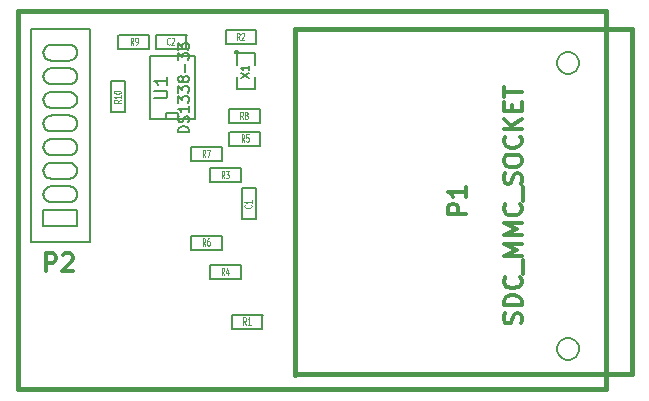
<source format=gto>
G04 (created by PCBNEW-RS274X (2010-05-05 BZR 2356)-stable) date 4/07/2011 8:20:50 p.m.*
G01*
G70*
G90*
%MOIN*%
G04 Gerber Fmt 3.4, Leading zero omitted, Abs format*
%FSLAX34Y34*%
G04 APERTURE LIST*
%ADD10C,0.006000*%
%ADD11C,0.015000*%
%ADD12C,0.005000*%
%ADD13C,0.012000*%
%ADD14C,0.003900*%
G04 APERTURE END LIST*
G54D10*
G54D11*
X39291Y-32323D02*
X39291Y-19764D01*
X19685Y-32362D02*
X39291Y-32362D01*
X19685Y-19763D02*
X19685Y-32362D01*
X39291Y-19763D02*
X19685Y-19763D01*
G54D12*
X22086Y-20354D02*
X22086Y-21929D01*
X20118Y-21929D02*
X20118Y-20354D01*
X22086Y-22716D02*
X22086Y-21928D01*
X20118Y-22716D02*
X20118Y-21928D01*
X22086Y-22716D02*
X22086Y-27440D01*
X22086Y-27440D02*
X20118Y-27440D01*
X20118Y-27440D02*
X20118Y-22716D01*
X20118Y-20353D02*
X22086Y-20353D01*
G54D11*
X28917Y-31885D02*
X28917Y-20359D01*
X28917Y-20359D02*
X40158Y-20359D01*
X40158Y-20359D02*
X40158Y-31865D01*
X40158Y-31865D02*
X28917Y-31865D01*
G54D12*
X24054Y-20550D02*
X23050Y-20550D01*
X23030Y-21022D02*
X24054Y-21022D01*
X24054Y-21022D02*
X24054Y-20550D01*
X23041Y-21018D02*
X23041Y-20558D01*
X26732Y-23503D02*
X27736Y-23503D01*
X27756Y-23031D02*
X26732Y-23031D01*
X26732Y-23031D02*
X26732Y-23503D01*
X27745Y-23035D02*
X27745Y-23495D01*
X25472Y-24763D02*
X26476Y-24763D01*
X26496Y-24291D02*
X25472Y-24291D01*
X25472Y-24291D02*
X25472Y-24763D01*
X26485Y-24295D02*
X26485Y-24755D01*
X25472Y-27716D02*
X26476Y-27716D01*
X26496Y-27244D02*
X25472Y-27244D01*
X25472Y-27244D02*
X25472Y-27716D01*
X26485Y-27248D02*
X26485Y-27708D01*
X23267Y-23109D02*
X23267Y-22105D01*
X22795Y-22085D02*
X22795Y-23109D01*
X22795Y-23109D02*
X23267Y-23109D01*
X22799Y-22096D02*
X23259Y-22096D01*
X26102Y-28700D02*
X27106Y-28700D01*
X27126Y-28228D02*
X26102Y-28228D01*
X26102Y-28228D02*
X26102Y-28700D01*
X27115Y-28232D02*
X27115Y-28692D01*
X26102Y-25472D02*
X27106Y-25472D01*
X27126Y-25000D02*
X26102Y-25000D01*
X26102Y-25000D02*
X26102Y-25472D01*
X27115Y-25004D02*
X27115Y-25464D01*
X26614Y-20866D02*
X27618Y-20866D01*
X27638Y-20394D02*
X26614Y-20394D01*
X26614Y-20394D02*
X26614Y-20866D01*
X27627Y-20398D02*
X27627Y-20858D01*
X26830Y-30350D02*
X27834Y-30350D01*
X27854Y-29878D02*
X26830Y-29878D01*
X26830Y-29878D02*
X26830Y-30350D01*
X27843Y-29882D02*
X27843Y-30342D01*
X27622Y-26685D02*
X27622Y-25681D01*
X27150Y-25661D02*
X27150Y-26685D01*
X27150Y-26685D02*
X27622Y-26685D01*
X27154Y-25672D02*
X27614Y-25672D01*
X27756Y-23779D02*
X26752Y-23779D01*
X26732Y-24251D02*
X27756Y-24251D01*
X27756Y-24251D02*
X27756Y-23779D01*
X26743Y-24247D02*
X26743Y-23787D01*
X24290Y-21022D02*
X25294Y-21022D01*
X25314Y-20550D02*
X24290Y-20550D01*
X24290Y-20550D02*
X24290Y-21022D01*
X25303Y-20554D02*
X25303Y-21014D01*
X27033Y-21121D02*
X27032Y-21130D01*
X27029Y-21140D01*
X27024Y-21148D01*
X27018Y-21156D01*
X27010Y-21162D01*
X27002Y-21167D01*
X26993Y-21169D01*
X26983Y-21170D01*
X26974Y-21170D01*
X26965Y-21167D01*
X26956Y-21162D01*
X26949Y-21156D01*
X26942Y-21149D01*
X26938Y-21140D01*
X26935Y-21131D01*
X26934Y-21121D01*
X26934Y-21112D01*
X26937Y-21103D01*
X26941Y-21094D01*
X26948Y-21087D01*
X26955Y-21080D01*
X26963Y-21076D01*
X26973Y-21073D01*
X26982Y-21072D01*
X26991Y-21072D01*
X27001Y-21075D01*
X27009Y-21079D01*
X27017Y-21085D01*
X27023Y-21093D01*
X27028Y-21101D01*
X27031Y-21110D01*
X27032Y-21120D01*
X27033Y-21121D01*
X26983Y-21571D02*
X26983Y-21171D01*
X26983Y-21171D02*
X27583Y-21171D01*
X27583Y-21171D02*
X27583Y-21571D01*
X27583Y-21971D02*
X27583Y-22371D01*
X27583Y-22371D02*
X26983Y-22371D01*
X26983Y-22371D02*
X26983Y-21971D01*
X25542Y-23372D02*
X25592Y-23372D01*
X25592Y-23372D02*
X25592Y-21272D01*
X24092Y-21272D02*
X24092Y-23372D01*
X24092Y-23372D02*
X25542Y-23372D01*
X24642Y-23372D02*
X24642Y-23172D01*
X24642Y-23172D02*
X25042Y-23172D01*
X25042Y-23172D02*
X25042Y-23372D01*
X24092Y-21272D02*
X25592Y-21272D01*
G54D10*
X20807Y-25343D02*
X21397Y-25343D01*
X20807Y-24813D02*
X21397Y-24813D01*
X21397Y-25343D02*
X21420Y-25341D01*
X21443Y-25338D01*
X21465Y-25333D01*
X21487Y-25327D01*
X21508Y-25318D01*
X21529Y-25307D01*
X21548Y-25295D01*
X21567Y-25281D01*
X21584Y-25265D01*
X21600Y-25248D01*
X21614Y-25229D01*
X21626Y-25210D01*
X21637Y-25189D01*
X21646Y-25168D01*
X21652Y-25146D01*
X21657Y-25124D01*
X21660Y-25101D01*
X21662Y-25078D01*
X21660Y-25055D01*
X21657Y-25032D01*
X21652Y-25010D01*
X21646Y-24988D01*
X21637Y-24967D01*
X21626Y-24946D01*
X21614Y-24927D01*
X21600Y-24908D01*
X21584Y-24891D01*
X21567Y-24875D01*
X21548Y-24861D01*
X21529Y-24849D01*
X21508Y-24838D01*
X21487Y-24829D01*
X21465Y-24823D01*
X21443Y-24818D01*
X21420Y-24815D01*
X21397Y-24813D01*
X20807Y-24813D02*
X20784Y-24815D01*
X20761Y-24818D01*
X20739Y-24823D01*
X20717Y-24829D01*
X20696Y-24838D01*
X20675Y-24849D01*
X20656Y-24861D01*
X20637Y-24875D01*
X20620Y-24891D01*
X20604Y-24908D01*
X20590Y-24927D01*
X20578Y-24946D01*
X20567Y-24967D01*
X20558Y-24988D01*
X20552Y-25010D01*
X20547Y-25032D01*
X20544Y-25055D01*
X20542Y-25078D01*
X20544Y-25101D01*
X20547Y-25124D01*
X20552Y-25146D01*
X20558Y-25168D01*
X20567Y-25189D01*
X20578Y-25210D01*
X20590Y-25229D01*
X20604Y-25248D01*
X20620Y-25265D01*
X20637Y-25281D01*
X20656Y-25295D01*
X20675Y-25307D01*
X20696Y-25318D01*
X20717Y-25327D01*
X20739Y-25333D01*
X20761Y-25338D01*
X20784Y-25341D01*
X20807Y-25343D01*
X20807Y-26130D02*
X21397Y-26130D01*
X20807Y-25600D02*
X21397Y-25600D01*
X21397Y-26130D02*
X21420Y-26128D01*
X21443Y-26125D01*
X21465Y-26120D01*
X21487Y-26114D01*
X21508Y-26105D01*
X21529Y-26094D01*
X21548Y-26082D01*
X21567Y-26068D01*
X21584Y-26052D01*
X21600Y-26035D01*
X21614Y-26016D01*
X21626Y-25997D01*
X21637Y-25976D01*
X21646Y-25955D01*
X21652Y-25933D01*
X21657Y-25911D01*
X21660Y-25888D01*
X21662Y-25865D01*
X21660Y-25842D01*
X21657Y-25819D01*
X21652Y-25797D01*
X21646Y-25775D01*
X21637Y-25754D01*
X21626Y-25733D01*
X21614Y-25714D01*
X21600Y-25695D01*
X21584Y-25678D01*
X21567Y-25662D01*
X21548Y-25648D01*
X21529Y-25636D01*
X21508Y-25625D01*
X21487Y-25616D01*
X21465Y-25610D01*
X21443Y-25605D01*
X21420Y-25602D01*
X21397Y-25600D01*
X20807Y-25600D02*
X20784Y-25602D01*
X20761Y-25605D01*
X20739Y-25610D01*
X20717Y-25616D01*
X20696Y-25625D01*
X20675Y-25636D01*
X20656Y-25648D01*
X20637Y-25662D01*
X20620Y-25678D01*
X20604Y-25695D01*
X20590Y-25714D01*
X20578Y-25733D01*
X20567Y-25754D01*
X20558Y-25775D01*
X20552Y-25797D01*
X20547Y-25819D01*
X20544Y-25842D01*
X20542Y-25865D01*
X20544Y-25888D01*
X20547Y-25911D01*
X20552Y-25933D01*
X20558Y-25955D01*
X20567Y-25976D01*
X20578Y-25997D01*
X20590Y-26016D01*
X20604Y-26035D01*
X20620Y-26052D01*
X20637Y-26068D01*
X20656Y-26082D01*
X20675Y-26094D01*
X20696Y-26105D01*
X20717Y-26114D01*
X20739Y-26120D01*
X20761Y-26125D01*
X20784Y-26128D01*
X20807Y-26130D01*
X20542Y-26388D02*
X20542Y-26918D01*
X21662Y-26918D01*
X21662Y-26388D01*
X20542Y-26388D01*
X20807Y-24556D02*
X21397Y-24556D01*
X20807Y-24026D02*
X21397Y-24026D01*
X21397Y-24556D02*
X21420Y-24554D01*
X21443Y-24551D01*
X21465Y-24546D01*
X21487Y-24540D01*
X21508Y-24531D01*
X21529Y-24520D01*
X21548Y-24508D01*
X21567Y-24494D01*
X21584Y-24478D01*
X21600Y-24461D01*
X21614Y-24442D01*
X21626Y-24423D01*
X21637Y-24402D01*
X21646Y-24381D01*
X21652Y-24359D01*
X21657Y-24337D01*
X21660Y-24314D01*
X21662Y-24291D01*
X21660Y-24268D01*
X21657Y-24245D01*
X21652Y-24223D01*
X21646Y-24201D01*
X21637Y-24180D01*
X21626Y-24159D01*
X21614Y-24140D01*
X21600Y-24121D01*
X21584Y-24104D01*
X21567Y-24088D01*
X21548Y-24074D01*
X21529Y-24062D01*
X21508Y-24051D01*
X21487Y-24042D01*
X21465Y-24036D01*
X21443Y-24031D01*
X21420Y-24028D01*
X21397Y-24026D01*
X20807Y-24026D02*
X20784Y-24028D01*
X20761Y-24031D01*
X20739Y-24036D01*
X20717Y-24042D01*
X20696Y-24051D01*
X20675Y-24062D01*
X20656Y-24074D01*
X20637Y-24088D01*
X20620Y-24104D01*
X20604Y-24121D01*
X20590Y-24140D01*
X20578Y-24159D01*
X20567Y-24180D01*
X20558Y-24201D01*
X20552Y-24223D01*
X20547Y-24245D01*
X20544Y-24268D01*
X20542Y-24291D01*
X20544Y-24314D01*
X20547Y-24337D01*
X20552Y-24359D01*
X20558Y-24381D01*
X20567Y-24402D01*
X20578Y-24423D01*
X20590Y-24442D01*
X20604Y-24461D01*
X20620Y-24478D01*
X20637Y-24494D01*
X20656Y-24508D01*
X20675Y-24520D01*
X20696Y-24531D01*
X20717Y-24540D01*
X20739Y-24546D01*
X20761Y-24551D01*
X20784Y-24554D01*
X20807Y-24556D01*
X20807Y-23768D02*
X21397Y-23768D01*
X20807Y-23238D02*
X21397Y-23238D01*
X21397Y-23768D02*
X21420Y-23766D01*
X21443Y-23763D01*
X21465Y-23758D01*
X21487Y-23752D01*
X21508Y-23743D01*
X21529Y-23732D01*
X21548Y-23720D01*
X21567Y-23706D01*
X21584Y-23690D01*
X21600Y-23673D01*
X21614Y-23654D01*
X21626Y-23635D01*
X21637Y-23614D01*
X21646Y-23593D01*
X21652Y-23571D01*
X21657Y-23549D01*
X21660Y-23526D01*
X21662Y-23503D01*
X21660Y-23480D01*
X21657Y-23457D01*
X21652Y-23435D01*
X21646Y-23413D01*
X21637Y-23392D01*
X21626Y-23371D01*
X21614Y-23352D01*
X21600Y-23333D01*
X21584Y-23316D01*
X21567Y-23300D01*
X21548Y-23286D01*
X21529Y-23274D01*
X21508Y-23263D01*
X21487Y-23254D01*
X21465Y-23248D01*
X21443Y-23243D01*
X21420Y-23240D01*
X21397Y-23238D01*
X20807Y-23238D02*
X20784Y-23240D01*
X20761Y-23243D01*
X20739Y-23248D01*
X20717Y-23254D01*
X20696Y-23263D01*
X20675Y-23274D01*
X20656Y-23286D01*
X20637Y-23300D01*
X20620Y-23316D01*
X20604Y-23333D01*
X20590Y-23352D01*
X20578Y-23371D01*
X20567Y-23392D01*
X20558Y-23413D01*
X20552Y-23435D01*
X20547Y-23457D01*
X20544Y-23480D01*
X20542Y-23503D01*
X20544Y-23526D01*
X20547Y-23549D01*
X20552Y-23571D01*
X20558Y-23593D01*
X20567Y-23614D01*
X20578Y-23635D01*
X20590Y-23654D01*
X20604Y-23673D01*
X20620Y-23690D01*
X20637Y-23706D01*
X20656Y-23720D01*
X20675Y-23732D01*
X20696Y-23743D01*
X20717Y-23752D01*
X20739Y-23758D01*
X20761Y-23763D01*
X20784Y-23766D01*
X20807Y-23768D01*
X20807Y-22981D02*
X21397Y-22981D01*
X20807Y-22451D02*
X21397Y-22451D01*
X21397Y-22981D02*
X21420Y-22979D01*
X21443Y-22976D01*
X21465Y-22971D01*
X21487Y-22965D01*
X21508Y-22956D01*
X21529Y-22945D01*
X21548Y-22933D01*
X21567Y-22919D01*
X21584Y-22903D01*
X21600Y-22886D01*
X21614Y-22867D01*
X21626Y-22848D01*
X21637Y-22827D01*
X21646Y-22806D01*
X21652Y-22784D01*
X21657Y-22762D01*
X21660Y-22739D01*
X21662Y-22716D01*
X21660Y-22693D01*
X21657Y-22670D01*
X21652Y-22648D01*
X21646Y-22626D01*
X21637Y-22605D01*
X21626Y-22584D01*
X21614Y-22565D01*
X21600Y-22546D01*
X21584Y-22529D01*
X21567Y-22513D01*
X21548Y-22499D01*
X21529Y-22487D01*
X21508Y-22476D01*
X21487Y-22467D01*
X21465Y-22461D01*
X21443Y-22456D01*
X21420Y-22453D01*
X21397Y-22451D01*
X20807Y-22451D02*
X20784Y-22453D01*
X20761Y-22456D01*
X20739Y-22461D01*
X20717Y-22467D01*
X20696Y-22476D01*
X20675Y-22487D01*
X20656Y-22499D01*
X20637Y-22513D01*
X20620Y-22529D01*
X20604Y-22546D01*
X20590Y-22565D01*
X20578Y-22584D01*
X20567Y-22605D01*
X20558Y-22626D01*
X20552Y-22648D01*
X20547Y-22670D01*
X20544Y-22693D01*
X20542Y-22716D01*
X20544Y-22739D01*
X20547Y-22762D01*
X20552Y-22784D01*
X20558Y-22806D01*
X20567Y-22827D01*
X20578Y-22848D01*
X20590Y-22867D01*
X20604Y-22886D01*
X20620Y-22903D01*
X20637Y-22919D01*
X20656Y-22933D01*
X20675Y-22945D01*
X20696Y-22956D01*
X20717Y-22965D01*
X20739Y-22971D01*
X20761Y-22976D01*
X20784Y-22979D01*
X20807Y-22981D01*
X20807Y-22194D02*
X21397Y-22194D01*
X20807Y-21664D02*
X21397Y-21664D01*
X21397Y-22194D02*
X21420Y-22192D01*
X21443Y-22189D01*
X21465Y-22184D01*
X21487Y-22178D01*
X21508Y-22169D01*
X21529Y-22158D01*
X21548Y-22146D01*
X21567Y-22132D01*
X21584Y-22116D01*
X21600Y-22099D01*
X21614Y-22080D01*
X21626Y-22061D01*
X21637Y-22040D01*
X21646Y-22019D01*
X21652Y-21997D01*
X21657Y-21975D01*
X21660Y-21952D01*
X21662Y-21929D01*
X21660Y-21906D01*
X21657Y-21883D01*
X21652Y-21861D01*
X21646Y-21839D01*
X21637Y-21818D01*
X21626Y-21797D01*
X21614Y-21778D01*
X21600Y-21759D01*
X21584Y-21742D01*
X21567Y-21726D01*
X21548Y-21712D01*
X21529Y-21700D01*
X21508Y-21689D01*
X21487Y-21680D01*
X21465Y-21674D01*
X21443Y-21669D01*
X21420Y-21666D01*
X21397Y-21664D01*
X20807Y-21664D02*
X20784Y-21666D01*
X20761Y-21669D01*
X20739Y-21674D01*
X20717Y-21680D01*
X20696Y-21689D01*
X20675Y-21700D01*
X20656Y-21712D01*
X20637Y-21726D01*
X20620Y-21742D01*
X20604Y-21759D01*
X20590Y-21778D01*
X20578Y-21797D01*
X20567Y-21818D01*
X20558Y-21839D01*
X20552Y-21861D01*
X20547Y-21883D01*
X20544Y-21906D01*
X20542Y-21929D01*
X20544Y-21952D01*
X20547Y-21975D01*
X20552Y-21997D01*
X20558Y-22019D01*
X20567Y-22040D01*
X20578Y-22061D01*
X20590Y-22080D01*
X20604Y-22099D01*
X20620Y-22116D01*
X20637Y-22132D01*
X20656Y-22146D01*
X20675Y-22158D01*
X20696Y-22169D01*
X20717Y-22178D01*
X20739Y-22184D01*
X20761Y-22189D01*
X20784Y-22192D01*
X20807Y-22194D01*
X20807Y-21407D02*
X21397Y-21407D01*
X20807Y-20877D02*
X21397Y-20877D01*
X21397Y-21407D02*
X21420Y-21405D01*
X21443Y-21402D01*
X21465Y-21397D01*
X21487Y-21391D01*
X21508Y-21382D01*
X21529Y-21371D01*
X21548Y-21359D01*
X21567Y-21345D01*
X21584Y-21329D01*
X21600Y-21312D01*
X21614Y-21293D01*
X21626Y-21274D01*
X21637Y-21253D01*
X21646Y-21232D01*
X21652Y-21210D01*
X21657Y-21188D01*
X21660Y-21165D01*
X21662Y-21142D01*
X21660Y-21119D01*
X21657Y-21096D01*
X21652Y-21074D01*
X21646Y-21052D01*
X21637Y-21031D01*
X21626Y-21010D01*
X21614Y-20991D01*
X21600Y-20972D01*
X21584Y-20955D01*
X21567Y-20939D01*
X21548Y-20925D01*
X21529Y-20913D01*
X21508Y-20902D01*
X21487Y-20893D01*
X21465Y-20887D01*
X21443Y-20882D01*
X21420Y-20879D01*
X21397Y-20877D01*
X20807Y-20877D02*
X20784Y-20879D01*
X20761Y-20882D01*
X20739Y-20887D01*
X20717Y-20893D01*
X20696Y-20902D01*
X20675Y-20913D01*
X20656Y-20925D01*
X20637Y-20939D01*
X20620Y-20955D01*
X20604Y-20972D01*
X20590Y-20991D01*
X20578Y-21010D01*
X20567Y-21031D01*
X20558Y-21052D01*
X20552Y-21074D01*
X20547Y-21096D01*
X20544Y-21119D01*
X20542Y-21142D01*
X20544Y-21165D01*
X20547Y-21188D01*
X20552Y-21210D01*
X20558Y-21232D01*
X20567Y-21253D01*
X20578Y-21274D01*
X20590Y-21293D01*
X20604Y-21312D01*
X20620Y-21329D01*
X20637Y-21345D01*
X20656Y-21359D01*
X20675Y-21371D01*
X20696Y-21382D01*
X20717Y-21391D01*
X20739Y-21397D01*
X20761Y-21402D01*
X20784Y-21405D01*
X20807Y-21407D01*
X38395Y-31019D02*
X38388Y-31089D01*
X38367Y-31157D01*
X38334Y-31219D01*
X38289Y-31274D01*
X38234Y-31319D01*
X38172Y-31353D01*
X38104Y-31374D01*
X38034Y-31381D01*
X37964Y-31375D01*
X37897Y-31355D01*
X37834Y-31322D01*
X37779Y-31278D01*
X37733Y-31224D01*
X37699Y-31162D01*
X37677Y-31094D01*
X37670Y-31024D01*
X37675Y-30954D01*
X37695Y-30886D01*
X37727Y-30823D01*
X37771Y-30767D01*
X37825Y-30721D01*
X37887Y-30687D01*
X37955Y-30665D01*
X38025Y-30657D01*
X38095Y-30662D01*
X38163Y-30681D01*
X38226Y-30713D01*
X38282Y-30757D01*
X38328Y-30810D01*
X38363Y-30872D01*
X38385Y-30939D01*
X38394Y-31009D01*
X38395Y-31019D01*
X38395Y-21491D02*
X38388Y-21561D01*
X38367Y-21629D01*
X38334Y-21691D01*
X38289Y-21746D01*
X38234Y-21791D01*
X38172Y-21825D01*
X38104Y-21846D01*
X38034Y-21853D01*
X37964Y-21847D01*
X37897Y-21827D01*
X37834Y-21794D01*
X37779Y-21750D01*
X37733Y-21696D01*
X37699Y-21634D01*
X37677Y-21566D01*
X37670Y-21496D01*
X37675Y-21426D01*
X37695Y-21358D01*
X37727Y-21295D01*
X37771Y-21239D01*
X37825Y-21193D01*
X37887Y-21159D01*
X37955Y-21137D01*
X38025Y-21129D01*
X38095Y-21134D01*
X38163Y-21153D01*
X38226Y-21185D01*
X38282Y-21229D01*
X38328Y-21282D01*
X38363Y-21344D01*
X38385Y-21411D01*
X38394Y-21481D01*
X38395Y-21491D01*
G54D13*
X20620Y-28432D02*
X20620Y-27832D01*
X20848Y-27832D01*
X20906Y-27860D01*
X20934Y-27889D01*
X20963Y-27946D01*
X20963Y-28032D01*
X20934Y-28089D01*
X20906Y-28118D01*
X20848Y-28146D01*
X20620Y-28146D01*
X21191Y-27889D02*
X21220Y-27860D01*
X21277Y-27832D01*
X21420Y-27832D01*
X21477Y-27860D01*
X21506Y-27889D01*
X21534Y-27946D01*
X21534Y-28003D01*
X21506Y-28089D01*
X21163Y-28432D01*
X21534Y-28432D01*
X34633Y-26520D02*
X34033Y-26520D01*
X34033Y-26292D01*
X34061Y-26234D01*
X34090Y-26206D01*
X34147Y-26177D01*
X34233Y-26177D01*
X34290Y-26206D01*
X34319Y-26234D01*
X34347Y-26292D01*
X34347Y-26520D01*
X34633Y-25606D02*
X34633Y-25949D01*
X34633Y-25777D02*
X34033Y-25777D01*
X34119Y-25834D01*
X34176Y-25892D01*
X34204Y-25949D01*
X36454Y-30169D02*
X36483Y-30083D01*
X36483Y-29940D01*
X36454Y-29883D01*
X36426Y-29854D01*
X36369Y-29826D01*
X36311Y-29826D01*
X36254Y-29854D01*
X36226Y-29883D01*
X36197Y-29940D01*
X36169Y-30054D01*
X36140Y-30112D01*
X36111Y-30140D01*
X36054Y-30169D01*
X35997Y-30169D01*
X35940Y-30140D01*
X35911Y-30112D01*
X35883Y-30054D01*
X35883Y-29912D01*
X35911Y-29826D01*
X36483Y-29569D02*
X35883Y-29569D01*
X35883Y-29426D01*
X35911Y-29341D01*
X35969Y-29283D01*
X36026Y-29255D01*
X36140Y-29226D01*
X36226Y-29226D01*
X36340Y-29255D01*
X36397Y-29283D01*
X36454Y-29341D01*
X36483Y-29426D01*
X36483Y-29569D01*
X36426Y-28626D02*
X36454Y-28655D01*
X36483Y-28741D01*
X36483Y-28798D01*
X36454Y-28883D01*
X36397Y-28941D01*
X36340Y-28969D01*
X36226Y-28998D01*
X36140Y-28998D01*
X36026Y-28969D01*
X35969Y-28941D01*
X35911Y-28883D01*
X35883Y-28798D01*
X35883Y-28741D01*
X35911Y-28655D01*
X35940Y-28626D01*
X36540Y-28512D02*
X36540Y-28055D01*
X36483Y-27912D02*
X35883Y-27912D01*
X36311Y-27712D01*
X35883Y-27512D01*
X36483Y-27512D01*
X36483Y-27226D02*
X35883Y-27226D01*
X36311Y-27026D01*
X35883Y-26826D01*
X36483Y-26826D01*
X36426Y-26197D02*
X36454Y-26226D01*
X36483Y-26312D01*
X36483Y-26369D01*
X36454Y-26454D01*
X36397Y-26512D01*
X36340Y-26540D01*
X36226Y-26569D01*
X36140Y-26569D01*
X36026Y-26540D01*
X35969Y-26512D01*
X35911Y-26454D01*
X35883Y-26369D01*
X35883Y-26312D01*
X35911Y-26226D01*
X35940Y-26197D01*
X36540Y-26083D02*
X36540Y-25626D01*
X36454Y-25512D02*
X36483Y-25426D01*
X36483Y-25283D01*
X36454Y-25226D01*
X36426Y-25197D01*
X36369Y-25169D01*
X36311Y-25169D01*
X36254Y-25197D01*
X36226Y-25226D01*
X36197Y-25283D01*
X36169Y-25397D01*
X36140Y-25455D01*
X36111Y-25483D01*
X36054Y-25512D01*
X35997Y-25512D01*
X35940Y-25483D01*
X35911Y-25455D01*
X35883Y-25397D01*
X35883Y-25255D01*
X35911Y-25169D01*
X35883Y-24798D02*
X35883Y-24684D01*
X35911Y-24626D01*
X35969Y-24569D01*
X36083Y-24541D01*
X36283Y-24541D01*
X36397Y-24569D01*
X36454Y-24626D01*
X36483Y-24684D01*
X36483Y-24798D01*
X36454Y-24855D01*
X36397Y-24912D01*
X36283Y-24941D01*
X36083Y-24941D01*
X35969Y-24912D01*
X35911Y-24855D01*
X35883Y-24798D01*
X36426Y-23940D02*
X36454Y-23969D01*
X36483Y-24055D01*
X36483Y-24112D01*
X36454Y-24197D01*
X36397Y-24255D01*
X36340Y-24283D01*
X36226Y-24312D01*
X36140Y-24312D01*
X36026Y-24283D01*
X35969Y-24255D01*
X35911Y-24197D01*
X35883Y-24112D01*
X35883Y-24055D01*
X35911Y-23969D01*
X35940Y-23940D01*
X36483Y-23683D02*
X35883Y-23683D01*
X36483Y-23340D02*
X36140Y-23597D01*
X35883Y-23340D02*
X36226Y-23683D01*
X36169Y-23083D02*
X36169Y-22883D01*
X36483Y-22797D02*
X36483Y-23083D01*
X35883Y-23083D01*
X35883Y-22797D01*
X35883Y-22626D02*
X35883Y-22283D01*
X36483Y-22454D02*
X35883Y-22454D01*
G54D14*
X23536Y-20883D02*
X23484Y-20768D01*
X23446Y-20883D02*
X23446Y-20642D01*
X23506Y-20642D01*
X23521Y-20654D01*
X23529Y-20665D01*
X23536Y-20688D01*
X23536Y-20722D01*
X23529Y-20745D01*
X23521Y-20757D01*
X23506Y-20768D01*
X23446Y-20768D01*
X23611Y-20883D02*
X23641Y-20883D01*
X23656Y-20872D01*
X23663Y-20860D01*
X23678Y-20826D01*
X23686Y-20780D01*
X23686Y-20688D01*
X23678Y-20665D01*
X23671Y-20654D01*
X23656Y-20642D01*
X23626Y-20642D01*
X23611Y-20654D01*
X23603Y-20665D01*
X23596Y-20688D01*
X23596Y-20745D01*
X23603Y-20768D01*
X23611Y-20780D01*
X23626Y-20791D01*
X23656Y-20791D01*
X23671Y-20780D01*
X23678Y-20768D01*
X23686Y-20745D01*
X27198Y-23364D02*
X27146Y-23249D01*
X27108Y-23364D02*
X27108Y-23123D01*
X27168Y-23123D01*
X27183Y-23135D01*
X27191Y-23146D01*
X27198Y-23169D01*
X27198Y-23203D01*
X27191Y-23226D01*
X27183Y-23238D01*
X27168Y-23249D01*
X27108Y-23249D01*
X27288Y-23226D02*
X27273Y-23215D01*
X27265Y-23203D01*
X27258Y-23180D01*
X27258Y-23169D01*
X27265Y-23146D01*
X27273Y-23135D01*
X27288Y-23123D01*
X27318Y-23123D01*
X27333Y-23135D01*
X27340Y-23146D01*
X27348Y-23169D01*
X27348Y-23180D01*
X27340Y-23203D01*
X27333Y-23215D01*
X27318Y-23226D01*
X27288Y-23226D01*
X27273Y-23238D01*
X27265Y-23249D01*
X27258Y-23272D01*
X27258Y-23318D01*
X27265Y-23341D01*
X27273Y-23353D01*
X27288Y-23364D01*
X27318Y-23364D01*
X27333Y-23353D01*
X27340Y-23341D01*
X27348Y-23318D01*
X27348Y-23272D01*
X27340Y-23249D01*
X27333Y-23238D01*
X27318Y-23226D01*
X25938Y-24624D02*
X25886Y-24509D01*
X25848Y-24624D02*
X25848Y-24383D01*
X25908Y-24383D01*
X25923Y-24395D01*
X25931Y-24406D01*
X25938Y-24429D01*
X25938Y-24463D01*
X25931Y-24486D01*
X25923Y-24498D01*
X25908Y-24509D01*
X25848Y-24509D01*
X25990Y-24383D02*
X26095Y-24383D01*
X26028Y-24624D01*
X25938Y-27577D02*
X25886Y-27462D01*
X25848Y-27577D02*
X25848Y-27336D01*
X25908Y-27336D01*
X25923Y-27348D01*
X25931Y-27359D01*
X25938Y-27382D01*
X25938Y-27416D01*
X25931Y-27439D01*
X25923Y-27451D01*
X25908Y-27462D01*
X25848Y-27462D01*
X26073Y-27336D02*
X26043Y-27336D01*
X26028Y-27348D01*
X26020Y-27359D01*
X26005Y-27393D01*
X25998Y-27439D01*
X25998Y-27531D01*
X26005Y-27554D01*
X26013Y-27566D01*
X26028Y-27577D01*
X26058Y-27577D01*
X26073Y-27566D01*
X26080Y-27554D01*
X26088Y-27531D01*
X26088Y-27474D01*
X26080Y-27451D01*
X26073Y-27439D01*
X26058Y-27428D01*
X26028Y-27428D01*
X26013Y-27439D01*
X26005Y-27451D01*
X25998Y-27474D01*
X23128Y-22718D02*
X23013Y-22770D01*
X23128Y-22808D02*
X22887Y-22808D01*
X22887Y-22748D01*
X22899Y-22733D01*
X22910Y-22725D01*
X22933Y-22718D01*
X22967Y-22718D01*
X22990Y-22725D01*
X23002Y-22733D01*
X23013Y-22748D01*
X23013Y-22808D01*
X23128Y-22568D02*
X23128Y-22658D01*
X23128Y-22613D02*
X22887Y-22613D01*
X22921Y-22628D01*
X22944Y-22643D01*
X22956Y-22658D01*
X22887Y-22471D02*
X22887Y-22456D01*
X22899Y-22441D01*
X22910Y-22433D01*
X22933Y-22426D01*
X22979Y-22418D01*
X23036Y-22418D01*
X23082Y-22426D01*
X23105Y-22433D01*
X23117Y-22441D01*
X23128Y-22456D01*
X23128Y-22471D01*
X23117Y-22486D01*
X23105Y-22493D01*
X23082Y-22501D01*
X23036Y-22508D01*
X22979Y-22508D01*
X22933Y-22501D01*
X22910Y-22493D01*
X22899Y-22486D01*
X22887Y-22471D01*
X26568Y-28561D02*
X26516Y-28446D01*
X26478Y-28561D02*
X26478Y-28320D01*
X26538Y-28320D01*
X26553Y-28332D01*
X26561Y-28343D01*
X26568Y-28366D01*
X26568Y-28400D01*
X26561Y-28423D01*
X26553Y-28435D01*
X26538Y-28446D01*
X26478Y-28446D01*
X26703Y-28400D02*
X26703Y-28561D01*
X26665Y-28309D02*
X26628Y-28481D01*
X26725Y-28481D01*
X26568Y-25333D02*
X26516Y-25218D01*
X26478Y-25333D02*
X26478Y-25092D01*
X26538Y-25092D01*
X26553Y-25104D01*
X26561Y-25115D01*
X26568Y-25138D01*
X26568Y-25172D01*
X26561Y-25195D01*
X26553Y-25207D01*
X26538Y-25218D01*
X26478Y-25218D01*
X26620Y-25092D02*
X26718Y-25092D01*
X26665Y-25184D01*
X26688Y-25184D01*
X26703Y-25195D01*
X26710Y-25207D01*
X26718Y-25230D01*
X26718Y-25287D01*
X26710Y-25310D01*
X26703Y-25322D01*
X26688Y-25333D01*
X26643Y-25333D01*
X26628Y-25322D01*
X26620Y-25310D01*
X27080Y-20727D02*
X27028Y-20612D01*
X26990Y-20727D02*
X26990Y-20486D01*
X27050Y-20486D01*
X27065Y-20498D01*
X27073Y-20509D01*
X27080Y-20532D01*
X27080Y-20566D01*
X27073Y-20589D01*
X27065Y-20601D01*
X27050Y-20612D01*
X26990Y-20612D01*
X27140Y-20509D02*
X27147Y-20498D01*
X27162Y-20486D01*
X27200Y-20486D01*
X27215Y-20498D01*
X27222Y-20509D01*
X27230Y-20532D01*
X27230Y-20555D01*
X27222Y-20589D01*
X27132Y-20727D01*
X27230Y-20727D01*
X27296Y-30211D02*
X27244Y-30096D01*
X27206Y-30211D02*
X27206Y-29970D01*
X27266Y-29970D01*
X27281Y-29982D01*
X27289Y-29993D01*
X27296Y-30016D01*
X27296Y-30050D01*
X27289Y-30073D01*
X27281Y-30085D01*
X27266Y-30096D01*
X27206Y-30096D01*
X27446Y-30211D02*
X27356Y-30211D01*
X27401Y-30211D02*
X27401Y-29970D01*
X27386Y-30004D01*
X27371Y-30027D01*
X27356Y-30039D01*
X27460Y-26219D02*
X27472Y-26226D01*
X27483Y-26249D01*
X27483Y-26264D01*
X27472Y-26286D01*
X27449Y-26301D01*
X27426Y-26309D01*
X27380Y-26316D01*
X27345Y-26316D01*
X27299Y-26309D01*
X27276Y-26301D01*
X27254Y-26286D01*
X27242Y-26264D01*
X27242Y-26249D01*
X27254Y-26226D01*
X27265Y-26219D01*
X27483Y-26069D02*
X27483Y-26159D01*
X27483Y-26114D02*
X27242Y-26114D01*
X27276Y-26129D01*
X27299Y-26144D01*
X27311Y-26159D01*
X27238Y-24112D02*
X27186Y-23997D01*
X27148Y-24112D02*
X27148Y-23871D01*
X27208Y-23871D01*
X27223Y-23883D01*
X27231Y-23894D01*
X27238Y-23917D01*
X27238Y-23951D01*
X27231Y-23974D01*
X27223Y-23986D01*
X27208Y-23997D01*
X27148Y-23997D01*
X27380Y-23871D02*
X27305Y-23871D01*
X27298Y-23986D01*
X27305Y-23974D01*
X27320Y-23963D01*
X27358Y-23963D01*
X27373Y-23974D01*
X27380Y-23986D01*
X27388Y-24009D01*
X27388Y-24066D01*
X27380Y-24089D01*
X27373Y-24101D01*
X27358Y-24112D01*
X27320Y-24112D01*
X27305Y-24101D01*
X27298Y-24089D01*
X24756Y-20860D02*
X24749Y-20872D01*
X24726Y-20883D01*
X24711Y-20883D01*
X24689Y-20872D01*
X24674Y-20849D01*
X24666Y-20826D01*
X24659Y-20780D01*
X24659Y-20745D01*
X24666Y-20699D01*
X24674Y-20676D01*
X24689Y-20654D01*
X24711Y-20642D01*
X24726Y-20642D01*
X24749Y-20654D01*
X24756Y-20665D01*
X24816Y-20665D02*
X24823Y-20654D01*
X24838Y-20642D01*
X24876Y-20642D01*
X24891Y-20654D01*
X24898Y-20665D01*
X24906Y-20688D01*
X24906Y-20711D01*
X24898Y-20745D01*
X24808Y-20883D01*
X24906Y-20883D01*
G54D12*
X27134Y-21973D02*
X27384Y-21807D01*
X27134Y-21807D02*
X27384Y-21973D01*
X27384Y-21581D02*
X27384Y-21723D01*
X27384Y-21652D02*
X27134Y-21652D01*
X27170Y-21676D01*
X27194Y-21700D01*
X27206Y-21723D01*
G54D10*
X24224Y-22665D02*
X24588Y-22665D01*
X24631Y-22643D01*
X24653Y-22622D01*
X24674Y-22579D01*
X24674Y-22493D01*
X24653Y-22451D01*
X24631Y-22429D01*
X24588Y-22408D01*
X24224Y-22408D01*
X24674Y-21958D02*
X24674Y-22215D01*
X24674Y-22087D02*
X24224Y-22087D01*
X24288Y-22130D01*
X24331Y-22172D01*
X24353Y-22215D01*
X25384Y-23796D02*
X25034Y-23796D01*
X25034Y-23712D01*
X25050Y-23662D01*
X25084Y-23629D01*
X25117Y-23612D01*
X25184Y-23596D01*
X25234Y-23596D01*
X25300Y-23612D01*
X25334Y-23629D01*
X25367Y-23662D01*
X25384Y-23712D01*
X25384Y-23796D01*
X25367Y-23462D02*
X25384Y-23412D01*
X25384Y-23329D01*
X25367Y-23296D01*
X25350Y-23279D01*
X25317Y-23262D01*
X25284Y-23262D01*
X25250Y-23279D01*
X25234Y-23296D01*
X25217Y-23329D01*
X25200Y-23396D01*
X25184Y-23429D01*
X25167Y-23446D01*
X25134Y-23462D01*
X25100Y-23462D01*
X25067Y-23446D01*
X25050Y-23429D01*
X25034Y-23396D01*
X25034Y-23312D01*
X25050Y-23262D01*
X25384Y-22929D02*
X25384Y-23129D01*
X25384Y-23029D02*
X25034Y-23029D01*
X25084Y-23063D01*
X25117Y-23096D01*
X25134Y-23129D01*
X25034Y-22813D02*
X25034Y-22596D01*
X25167Y-22713D01*
X25167Y-22663D01*
X25184Y-22630D01*
X25200Y-22613D01*
X25234Y-22596D01*
X25317Y-22596D01*
X25350Y-22613D01*
X25367Y-22630D01*
X25384Y-22663D01*
X25384Y-22763D01*
X25367Y-22796D01*
X25350Y-22813D01*
X25034Y-22480D02*
X25034Y-22263D01*
X25167Y-22380D01*
X25167Y-22330D01*
X25184Y-22297D01*
X25200Y-22280D01*
X25234Y-22263D01*
X25317Y-22263D01*
X25350Y-22280D01*
X25367Y-22297D01*
X25384Y-22330D01*
X25384Y-22430D01*
X25367Y-22463D01*
X25350Y-22480D01*
X25184Y-22064D02*
X25167Y-22097D01*
X25150Y-22114D01*
X25117Y-22130D01*
X25100Y-22130D01*
X25067Y-22114D01*
X25050Y-22097D01*
X25034Y-22064D01*
X25034Y-21997D01*
X25050Y-21964D01*
X25067Y-21947D01*
X25100Y-21930D01*
X25117Y-21930D01*
X25150Y-21947D01*
X25167Y-21964D01*
X25184Y-21997D01*
X25184Y-22064D01*
X25200Y-22097D01*
X25217Y-22114D01*
X25250Y-22130D01*
X25317Y-22130D01*
X25350Y-22114D01*
X25367Y-22097D01*
X25384Y-22064D01*
X25384Y-21997D01*
X25367Y-21964D01*
X25350Y-21947D01*
X25317Y-21930D01*
X25250Y-21930D01*
X25217Y-21947D01*
X25200Y-21964D01*
X25184Y-21997D01*
X25250Y-21781D02*
X25250Y-21514D01*
X25034Y-21381D02*
X25034Y-21164D01*
X25167Y-21281D01*
X25167Y-21231D01*
X25184Y-21198D01*
X25200Y-21181D01*
X25234Y-21164D01*
X25317Y-21164D01*
X25350Y-21181D01*
X25367Y-21198D01*
X25384Y-21231D01*
X25384Y-21331D01*
X25367Y-21364D01*
X25350Y-21381D01*
X25034Y-21048D02*
X25034Y-20831D01*
X25167Y-20948D01*
X25167Y-20898D01*
X25184Y-20865D01*
X25200Y-20848D01*
X25234Y-20831D01*
X25317Y-20831D01*
X25350Y-20848D01*
X25367Y-20865D01*
X25384Y-20898D01*
X25384Y-20998D01*
X25367Y-21031D01*
X25350Y-21048D01*
M02*

</source>
